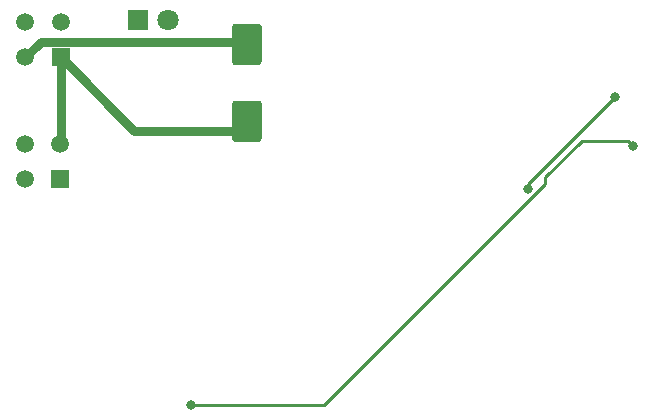
<source format=gbr>
%TF.GenerationSoftware,KiCad,Pcbnew,(5.1.6)-1*%
%TF.CreationDate,2020-11-24T18:40:46+11:00*%
%TF.ProjectId,ANT SEL Panel PCB V1,414e5420-5345-44c2-9050-616e656c2050,rev?*%
%TF.SameCoordinates,Original*%
%TF.FileFunction,Copper,L2,Bot*%
%TF.FilePolarity,Positive*%
%FSLAX46Y46*%
G04 Gerber Fmt 4.6, Leading zero omitted, Abs format (unit mm)*
G04 Created by KiCad (PCBNEW (5.1.6)-1) date 2020-11-24 18:40:46*
%MOMM*%
%LPD*%
G01*
G04 APERTURE LIST*
%TA.AperFunction,ComponentPad*%
%ADD10C,1.520000*%
%TD*%
%TA.AperFunction,ComponentPad*%
%ADD11R,1.520000X1.520000*%
%TD*%
%TA.AperFunction,ComponentPad*%
%ADD12C,1.800000*%
%TD*%
%TA.AperFunction,ComponentPad*%
%ADD13R,1.800000X1.800000*%
%TD*%
%TA.AperFunction,ViaPad*%
%ADD14C,0.800000*%
%TD*%
%TA.AperFunction,Conductor*%
%ADD15C,0.250000*%
%TD*%
%TA.AperFunction,Conductor*%
%ADD16C,0.750000*%
%TD*%
G04 APERTURE END LIST*
D10*
%TO.P,J2,4*%
%TO.N,/LEDGND*%
X86027201Y-52208401D03*
%TO.P,J2,3*%
%TO.N,Net-(D13-Pad2)*%
X86027201Y-55208400D03*
%TO.P,J2,2*%
%TO.N,/LED+5V*%
X89027200Y-52208401D03*
D11*
%TO.P,J2,1*%
%TO.N,Net-(J1-Pad2)*%
X89027200Y-55208400D03*
%TD*%
D10*
%TO.P,J1,4*%
%TO.N,Net-(D1-Pad4)*%
X86080801Y-41898801D03*
%TO.P,J1,3*%
%TO.N,/LEDGND*%
X86080801Y-44898800D03*
%TO.P,J1,2*%
%TO.N,Net-(J1-Pad2)*%
X89080800Y-41898801D03*
D11*
%TO.P,J1,1*%
%TO.N,/LED+5V*%
X89080800Y-44898800D03*
%TD*%
D12*
%TO.P,D14,2*%
%TO.N,/LED+5V*%
X98150000Y-41750000D03*
D13*
%TO.P,D14,1*%
%TO.N,Net-(D14-Pad1)*%
X95610000Y-41750000D03*
%TD*%
%TO.P,C1,2*%
%TO.N,/LEDGND*%
%TA.AperFunction,SMDPad,CuDef*%
G36*
G01*
X105850000Y-45550000D02*
X103850000Y-45550000D01*
G75*
G02*
X103600000Y-45300000I0J250000D01*
G01*
X103600000Y-42300000D01*
G75*
G02*
X103850000Y-42050000I250000J0D01*
G01*
X105850000Y-42050000D01*
G75*
G02*
X106100000Y-42300000I0J-250000D01*
G01*
X106100000Y-45300000D01*
G75*
G02*
X105850000Y-45550000I-250000J0D01*
G01*
G37*
%TD.AperFunction*%
%TO.P,C1,1*%
%TO.N,/LED+5V*%
%TA.AperFunction,SMDPad,CuDef*%
G36*
G01*
X105850000Y-52050000D02*
X103850000Y-52050000D01*
G75*
G02*
X103600000Y-51800000I0J250000D01*
G01*
X103600000Y-48800000D01*
G75*
G02*
X103850000Y-48550000I250000J0D01*
G01*
X105850000Y-48550000D01*
G75*
G02*
X106100000Y-48800000I0J-250000D01*
G01*
X106100000Y-51800000D01*
G75*
G02*
X105850000Y-52050000I-250000J0D01*
G01*
G37*
%TD.AperFunction*%
%TD*%
D14*
%TO.N,Net-(D7-Pad2)*%
X135982500Y-48275900D03*
X128628700Y-56032600D03*
%TO.N,Net-(D10-Pad4)*%
X100151600Y-74346000D03*
X137569900Y-52358000D03*
%TD*%
D15*
%TO.N,Net-(D7-Pad2)*%
X128628700Y-56032600D02*
X128628700Y-55629700D01*
X128628700Y-55629700D02*
X135982500Y-48275900D01*
%TO.N,Net-(D10-Pad4)*%
X100151600Y-74346000D02*
X111359500Y-74346000D01*
X111359500Y-74346000D02*
X130125900Y-55579600D01*
X130125900Y-55579600D02*
X130125900Y-55052100D01*
X130125900Y-55052100D02*
X133230400Y-51947600D01*
X133230400Y-51947600D02*
X137159500Y-51947600D01*
X137159500Y-51947600D02*
X137569900Y-52358000D01*
D16*
%TO.N,/LEDGND*%
X87415802Y-43563799D02*
X86080801Y-44898800D01*
X104613799Y-43563799D02*
X87415802Y-43563799D01*
X104850000Y-43800000D02*
X104613799Y-43563799D01*
%TO.N,/LED+5V*%
X95273200Y-51091200D02*
X89080800Y-44898800D01*
X89080800Y-52154801D02*
X89027200Y-52208401D01*
X89080800Y-44898800D02*
X89080800Y-52154801D01*
X104058800Y-51091200D02*
X104850000Y-50300000D01*
X95273200Y-51091200D02*
X104058800Y-51091200D01*
%TD*%
M02*

</source>
